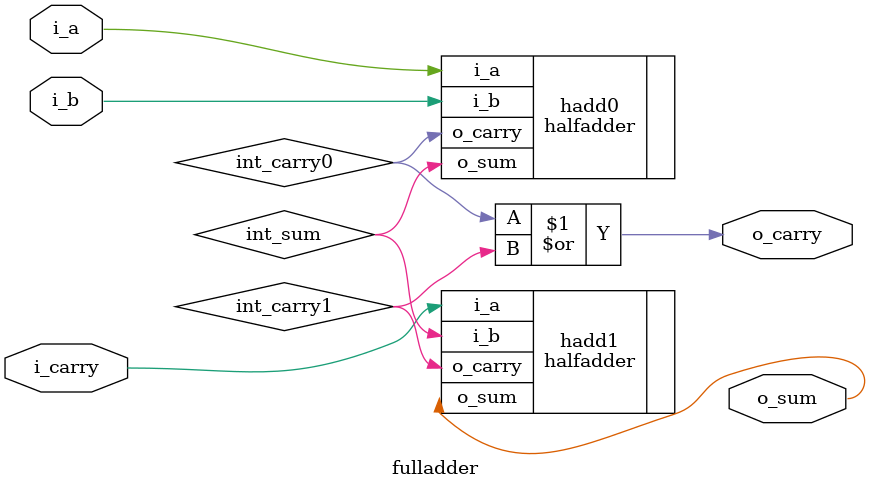
<source format=v>
module fulladder (
	o_sum,
	o_carry,
	i_a,
	i_b,
	i_carry
);

	output wire o_sum, o_carry;
	input wire i_a, i_b, i_carry;
	
	wire int_sum, int_carry0, int_carry1;
	
	halfadder hadd0(.o_sum(int_sum), .o_carry(int_carry0), .i_a(i_a), .i_b(i_b));
	halfadder hadd1(.o_sum(o_sum), .o_carry(int_carry1), .i_a(i_carry), .i_b(int_sum));
	assign o_carry = int_carry0 | int_carry1;

endmodule
</source>
